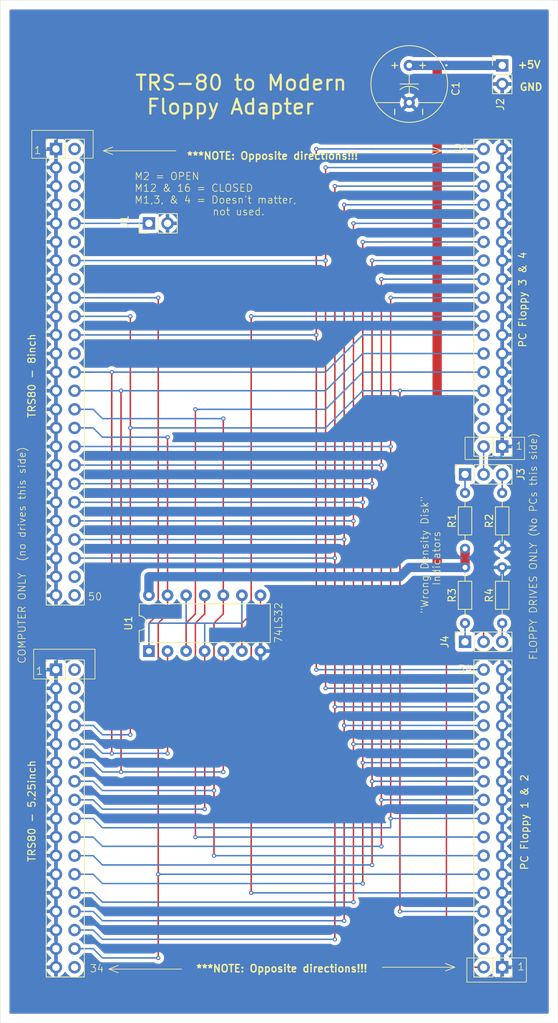
<source format=kicad_pcb>
(kicad_pcb (version 20240108) (generator "pcbnew") (generator_version "8.0")
  (layers (0 "F.Cu" signal) (31 "B.Cu" signal) (34 "B.Paste" user) (35 "F.Paste" user) (36 "B.SilkS" user "B.Silkscreen") (37 "F.SilkS" user "F.Silkscreen") (38 "B.Mask" user) (39 "F.Mask" user) (44 "Edge.Cuts" user))
  (net 0 "")
  (net 1 "GND")
  (net 2 "+5V")
  (net 3 "Net-(J1-Pin_1)")
  (net 4 "Net-(J2-Pin_1)")
  (net 5 "Net-(J2-Pin_2)")
  (net 6 "Net-(J2-Pin_3)")
  (net 7 "Net-(J6-Pin_1)")
  (net 8 "Net-(J6-Pin_2)")
  (net 9 "Net-(J6-Pin_3)")
  (net 10 "Net-(PC_5inch1-Pin_28)")
  (net 11 "Net-(PC_5inch1-Pin_20)")
  (net 12 "Net-(PC_5inch1-Pin_18)")
  (net 13 "Net-(PC_5inch1-Pin_22)")
  (net 14 "Net-(PC_5inch1-Pin_12)")
  (net 15 "Net-(PC_5inch1-Pin_30)")
  (net 17 "Net-(PC_5inch1-Pin_32)")
  (net 19 "Net-(PC_5inch1-Pin_26)")
  (net 20 "Net-(PC_5inch1-Pin_34)")
  (net 21 "Net-(PC_5inch1-Pin_24)")
  (net 22 "Net-(PC_5inch1-Pin_16)")
  (net 23 "Net-(PC_5inch1-Pin_8)")
  (net 24 "Net-(PC_5inch1-Pin_10)")
  (net 25 "Net-(PC_5inch1-Pin_14)")
  (net 27 "Net-(PC_5inch2-Pin_12)")
  (net 28 "Net-(PC_5inch2-Pin_14)")
  (net 29 "Net-(PC_5inch2-Pin_10)")
  (net 30 "Net-(PC_5inch2-Pin_16)")
  (net 34 "Net-(TRS80-5inch1-Pin_16)")
  (footprint "Connector_PinSocket_2.54mm:PinSocket_1x03_P2.54mm_Vertical" (layer "F.Cu") (at 152.4 85.09 90)
    (property "Reference" "J3")
    (property "Value" "Conn_01x03_Socket" (hide yes))
  )
  (footprint "GenericComponents:DIP-14pin" (layer "F.Cu") (at 109.22 109.22 90)
    (property "Reference" "U1")
    (property "Value" "74LS32")
  )
  (footprint "Connector_PinHeader_2.54mm:PinHeader_2x17_P2.54mm_Vertical" (layer "F.Cu") (at 157.48 152.4 180)
    (property "Reference" "PC Floppy 1 & 2")
    (property "Value" "Conn_02x17_Odd_Even" (hide yes))
  )
  (footprint "Resistor_THT:R_Axial_DIN0204_L3.6mm_D1.6mm_P7.62mm_Horizontal" (layer "F.Cu") (at 152.4 105.41 90)
    (property "Reference" "R3")
    (property "Value" "Resistor" (hide yes))
  )
  (footprint "Connector_PinSocket_2.54mm:PinSocket_1x03_P2.54mm_Vertical" (layer "F.Cu") (at 152.4 107.95 90)
    (property "Reference" "J4")
    (property "Value" "Conn_01x03_Socket" (hide yes))
  )
  (footprint "Connector_PinHeader_2.54mm:PinHeader_2x17_P2.54mm_Vertical" (layer "F.Cu") (at 157.48 81.28 180)
    (property "Reference" "PC Floppy 3 & 4")
    (property "Value" "Conn_02x17_Odd_Even" (hide yes))
  )
  (footprint "Connector_PinHeader_2.54mm:PinHeader_1x02_P2.54mm_Vertical" (layer "F.Cu") (at 109.22 50.8 90)
    (property "Reference" "J1")
    (property "Value" "Conn_02x01" (hide yes))
  )
  (footprint "Resistor_THT:R_Axial_DIN0204_L3.6mm_D1.6mm_P7.62mm_Horizontal" (layer "F.Cu") (at 152.4 87.63 -90)
    (property "Reference" "R1")
    (property "Value" "Resistor" (hide yes))
  )
  (footprint "Connector_PinHeader_2.54mm:PinHeader_2x17_P2.54mm_Vertical" (layer "F.Cu") (at 96.52 111.76)
    (property "Reference" "TRS80 - 5.25inch")
    (property "Value" "Conn_02x17_Odd_Even" (hide yes))
  )
  (footprint "Resistor_THT:R_Axial_DIN0204_L3.6mm_D1.6mm_P7.62mm_Horizontal" (layer "F.Cu") (at 157.48 105.41 90)
    (property "Reference" "R4")
    (property "Value" "Resistor" (hide yes))
  )
  (footprint "Connector_PinHeader_2.54mm:PinHeader_1x02_P2.54mm_Vertical" (layer "F.Cu") (at 157.48 29.226828)
    (property "Reference" "J2")
    (property "Value" "Conn_02x01" (hide yes))
  )
  (footprint "Resistor_THT:R_Axial_DIN0204_L3.6mm_D1.6mm_P7.62mm_Horizontal" (layer "F.Cu") (at 157.48 87.63 -90)
    (property "Reference" "R2")
    (property "Value" "Resistor" (hide yes))
  )
  (footprint "Connector_PinHeader_2.54mm:PinHeader_2x25_P2.54mm_Vertical" (layer "F.Cu") (at 96.52 40.64)
    (property "Reference" "TRS80 - 8inch")
    (property "Value" "Conn_02x25_Odd_Even" (hide yes))
  )
  (footprint "GenericComponents:Capcitor Radial .200" (layer "F.Cu") (at 137.16 24.146828 -90)
    (property "Reference" "C1")
    (property "Value" "Capacitor" (hide yes))
  )
  (gr_line (start 118.11 78.74) (end 106.68 78.74) (stroke (width 0.2)) (layer "B.Cu") (net 23))
  (gr_line (start 149.225 40.894) (end 147.955 40.386) (stroke (width 0.1)) (layer "F.SilkS"))
  (gr_line (start 147.955 40.386) (end 149.225 40.894) (stroke (width 0.1)) (layer "F.SilkS"))
  (gr_line (start 112.903 40.894) (end 102.997 40.894) (stroke (width 0.1)) (layer "F.SilkS"))
  (gr_line (start 105.029 152.146) (end 103.759 152.654) (stroke (width 0.1)) (layer "F.SilkS"))
  (gr_line (start 149.733 151.892) (end 151.003 152.4) (stroke (width 0.1)) (layer "F.SilkS"))
  (gr_line (start 104.267 40.386) (end 102.997 40.894) (stroke (width 0.1)) (layer "F.SilkS"))
  (gr_rect (start 152.4 80.01) (end 160.528 83.058) (stroke (width 0.1)) (fill none) (layer "F.SilkS"))
  (gr_line (start 151.003 152.4) (end 149.733 152.908) (stroke (width 0.1)) (layer "F.SilkS"))
  (gr_line (start 103.759 152.654) (end 105.029 153.162) (stroke (width 0.1)) (layer "F.SilkS"))
  (gr_rect (start 93.472 108.966) (end 101.854 113.03) (stroke (width 0.1)) (fill none) (layer "F.SilkS"))
  (gr_line (start 149.225 40.894) (end 147.955 41.402) (stroke (width 0.1)) (layer "F.SilkS"))
  (gr_line (start 151.003 152.4) (end 149.733 151.892) (stroke (width 0.1)) (layer "F.SilkS"))
  (gr_line (start 102.997 40.894) (end 104.267 41.402) (stroke (width 0.1)) (layer "F.SilkS"))
  (gr_line (start 102.997 40.894) (end 104.267 40.386) (stroke (width 0.1)) (layer "F.SilkS"))
  (gr_rect (start 93.218 38.1) (end 101.6 41.91) (stroke (width 0.1)) (fill none) (layer "F.SilkS"))
  (gr_line (start 141.097 152.4) (end 151.003 152.4) (stroke (width 0.1)) (layer "F.SilkS"))
  (gr_rect (start 152.654 151.13) (end 160.782 154.432) (stroke (width 0.1)) (fill none) (layer "F.SilkS"))
  (gr_line (start 139.319 40.894) (end 149.225 40.894) (stroke (width 0.1)) (layer "F.SilkS"))
  (gr_line (start 103.759 152.654) (end 105.029 152.146) (stroke (width 0.1)) (layer "F.SilkS"))
  (gr_line (start 113.665 152.654) (end 103.759 152.654) (stroke (width 0.1)) (layer "F.SilkS"))
  (gr_line (start 165.1 160.02) (end 88.9 160.02) (stroke (width 0.05)) (layer "Edge.Cuts"))
  (gr_line (start 88.9 20.32) (end 165.1 20.32) (stroke (width 0.05)) (layer "Edge.Cuts"))
  (gr_line (start 88.9 152.4) (end 88.9 20.32) (stroke (width 0.05)) (layer "Edge.Cuts"))
  (gr_line (start 165.1 20.32) (end 165.1 160.02) (stroke (width 0.05)) (layer "Edge.Cuts"))
  (gr_line (start 88.9 160.02) (end 88.9 152.4) (stroke (width 0.05)) (layer "Edge.Cuts"))
  (gr_text "34\n" (at 150.876 41.148 0) (layer "F.SilkS") (effects (font (size 1 1) (thickness 0.1)) (justify left bottom)))
  (gr_text "***NOTE: Opposite directions!!!" (at 115.57 153.162 0) (layer "F.SilkS") (effects (font (size 1 1) (thickness 0.2) (bold yes)) (justify left bottom)))
  (gr_text "M2 = OPEN\nM12 & 16 = CLOSED\nM1,3, & 4 = Doesn't matter,\n              not used." (at 107.188 49.784 0) (layer "F.SilkS") (effects (font (size 1 1) (thickness 0.1)) (justify left bottom)))
  (gr_text "1\n" (at 93.472 41.402 0) (layer "F.SilkS") (effects (font (size 1 1) (thickness 0.1)) (justify left bottom)))
  (gr_text "34\n" (at 101.092 153.162 0) (layer "F.SilkS") (effects (font (size 1 1) (thickness 0.1)) (justify left bottom)))
  (gr_text "FLOPPY DRIVES ONLY (No PCs this side)" (at 162.306 110.49 90) (layer "F.SilkS") (effects (font (size 1 1) (thickness 0.1)) (justify left bottom)))
  (gr_text "COMPUTER ONLY  (no drives this side)" (at 92.456 110.998 90) (layer "F.SilkS") (effects (font (size 1 1) (thickness 0.1)) (justify left bottom)))
  (gr_text "74LS32" (at 127.508 108.204 90) (layer "F.SilkS") (effects (font (size 1 1) (thickness 0.1)) (justify left bottom)))
  (gr_text "***NOTE: Opposite directions!!!" (at 114.3 42.164 0) (layer "F.SilkS") (effects (font (size 1 1) (thickness 0.2) (bold yes)) (justify left bottom)))
  (gr_text "50" (at 100.838 102.362 0) (layer "F.SilkS") (effects (font (size 1 1) (thickness 0.1)) (justify left bottom)))
  (gr_text "1\n" (at 93.726 112.522 0) (layer "F.SilkS") (effects (font (size 1 1) (thickness 0.1)) (justify left bottom)))
  (gr_text "{dblquote}Wrong Density Disk{dblquote}\n     Indicators" (at 149.098 104.14 90) (layer "F.SilkS") (effects (font (size 1 1) (thickness 0.1)) (justify left bottom)))
  (gr_text "GND" (at 159.766 32.766 0) (layer "F.SilkS") (effects (font (size 1 1) (thickness 0.2) (bold yes)) (justify left bottom)))
  (gr_text "34\n" (at 151.384 112.268 0) (layer "F.SilkS") (effects (font (size 1 1) (thickness 0.1)) (justify left bottom)))
  (gr_text "1\n" (at 159.258 81.788 0) (layer "F.SilkS") (effects (font (size 1 1) (thickness 0.1)) (justify left bottom)))
  (gr_text "1\n" (at 159.512 152.908 0) (layer "F.SilkS") (effects (font (size 1 1) (thickness 0.1)) (justify left bottom)))
  (gr_text "+5V" (at 159.512 29.718 0) (layer "F.SilkS") (effects (font (size 1 1) (thickness 0.2) (bold yes)) (justify left bottom)))
  (gr_text "TRS-80 to Modern\n Floppy Adapter" (at 107.188 36.068 0) (layer "F.SilkS") (effects (font (size 2.032 2.032) (thickness 0.3) (bold yes)) (justify left bottom)))
  (segment (start 152.4 97.79) (end 152.4 95.25) (width 1.27) (layer "F.Cu") (net 2))
  (segment (start 148.59 29.21) (end 148.59 97.79) (width 1.27) (layer "F.Cu") (net 2))
  (segment (start 148.59 97.79) (end 152.4 97.79) (width 1.27) (layer "F.Cu") (net 2))
  (segment (start 148.573172 29.226828) (end 148.59 29.21) (width 1.27) (layer "F.Cu") (net 2))
  (segment (start 144.78 29.226828) (end 148.573172 29.226828) (width 1.27) (layer "F.Cu") (net 2))
  (via (at 149.86 29.21) (size 0.6) (drill 0.3) (layers "F.Cu" "B.Cu") (net 2))
  (segment (start 149.86 29.21) (end 149.843172 29.226828) (width 1.27) (layer "B.Cu") (net 2))
  (segment (start 149.843172 29.226828) (end 144.78 29.226828) (width 1.27) (layer "B.Cu") (net 2))
  (segment (start 144.78 97.79) (end 143.51 99.06) (width 1.27) (layer "B.Cu") (net 2))
  (segment (start 157.48 29.226828) (end 149.876828 29.226828) (width 1.27) (layer "B.Cu") (net 2))
  (segment (start 152.4 97.79) (end 144.78 97.79) (width 1.27) (layer "B.Cu") (net 2))
  (segment (start 143.51 99.06) (end 109.22 99.06) (width 1.27) (layer "B.Cu") (net 2))
  (segment (start 149.876828 29.226828) (end 149.86 29.21) (width 1.27) (layer "B.Cu") (net 2))
  (segment (start 109.22 99.06) (end 109.22 101.6) (width 1.27) (layer "B.Cu") (net 2))
  (segment (start 99.06 50.8) (end 109.22 50.8) (width 0.2) (layer "B.Cu") (net 3))
  (segment (start 152.4 87.63) (end 152.4 85.09) (width 0.2) (layer "B.Cu") (net 4))
  (segment (start 154.94 85.09) (end 154.94 81.28) (width 0.2) (layer "B.Cu") (net 5))
  (segment (start 157.48 87.63) (end 157.48 85.09) (width 0.2) (layer "B.Cu") (net 6))
  (segment (start 152.4 105.41) (end 152.4 107.95) (width 0.2) (layer "B.Cu") (net 7))
  (segment (start 149.86 152.4) (end 149.86 102.87) (width 0.2) (layer "F.Cu") (net 8))
  (segment (start 154.94 152.4) (end 149.86 152.4) (width 0.2) (layer "F.Cu") (net 8))
  (segment (start 154.94 107.95) (end 154.94 102.87) (width 0.2) (layer "F.Cu") (net 8))
  (segment (start 149.86 102.87) (end 154.94 102.87) (width 0.2) (layer "F.Cu") (net 8))
  (segment (start 157.48 105.41) (end 157.48 107.95) (width 0.2) (layer "B.Cu") (net 9))
  (segment (start 135.89 119.38) (end 135.89 146.05) (width 0.2) (layer "F.Cu") (net 10))
  (segment (start 135.89 48.26) (end 135.89 119.38) (width 0.2) (layer "F.Cu") (net 10))
  (via (at 135.89 146.05) (size 0.6) (drill 0.3) (layers "F.Cu" "B.Cu") (net 10))
  (via (at 135.89 119.38) (size 0.6) (drill 0.3) (layers "F.Cu" "B.Cu") (net 10))
  (via (at 135.89 93.98) (size 0.6) (drill 0.3) (layers "F.Cu" "B.Cu") (net 10))
  (via (at 135.89 48.26) (size 0.6) (drill 0.3) (layers "F.Cu" "B.Cu") (net 10))
  (segment (start 154.94 119.38) (end 135.89 119.38) (width 0.2) (layer "B.Cu") (net 10))
  (segment (start 102.87 146.05) (end 135.89 146.05) (width 0.2) (layer "B.Cu") (net 10))
  (segment (start 101.6 93.98) (end 135.89 93.98) (width 0.2) (layer "B.Cu") (net 10))
  (segment (start 101.6 144.78) (end 102.87 146.05) (width 0.2) (layer "B.Cu") (net 10))
  (segment (start 99.06 144.78) (end 101.6 144.78) (width 0.2) (layer "B.Cu") (net 10))
  (segment (start 154.94 48.26) (end 135.89 48.26) (width 0.2) (layer "B.Cu") (net 10))
  (segment (start 99.06 93.98) (end 101.6 93.98) (width 0.2) (layer "B.Cu") (net 10))
  (segment (start 140.97 129.54) (end 140.97 135.89) (width 0.2) (layer "F.Cu") (net 11))
  (segment (start 140.97 58.42) (end 140.97 83.82) (width 0.2) (layer "F.Cu") (net 11))
  (segment (start 140.97 83.82) (end 140.97 129.54) (width 0.2) (layer "F.Cu") (net 11))
  (via (at 140.97 58.42) (size 0.6) (drill 0.3) (layers "F.Cu" "B.Cu") (net 11))
  (via (at 140.97 83.82) (size 0.6) (drill 0.3) (layers "F.Cu" "B.Cu") (net 11))
  (via (at 140.97 129.54) (size 0.6) (drill 0.3) (layers "F.Cu" "B.Cu") (net 11))
  (via (at 140.97 135.89) (size 0.6) (drill 0.3) (layers "F.Cu" "B.Cu") (net 11))
  (segment (start 99.06 83.82) (end 101.6 83.82) (width 0.2) (layer "B.Cu") (net 11))
  (segment (start 102.87 135.89) (end 140.97 135.89) (width 0.2) (layer "B.Cu") (net 11))
  (segment (start 154.94 129.54) (end 140.97 129.54) (width 0.2) (layer "B.Cu") (net 11))
  (segment (start 99.06 134.62) (end 101.6 134.62) (width 0.2) (layer "B.Cu") (net 11))
  (segment (start 101.6 134.62) (end 102.87 135.89) (width 0.2) (layer "B.Cu") (net 11))
  (segment (start 101.6 83.82) (end 140.97 83.82) (width 0.2) (layer "B.Cu") (net 11))
  (segment (start 154.94 58.42) (end 140.97 58.42) (width 0.2) (layer "B.Cu") (net 11))
  (segment (start 142.24 81.28) (end 142.24 60.96) (width 0.2) (layer "F.Cu") (net 12))
  (segment (start 142.24 132.08) (end 142.24 81.28) (width 0.2) (layer "F.Cu") (net 12))
  (via (at 142.24 132.08) (size 0.6) (drill 0.3) (layers "F.Cu" "B.Cu") (net 12))
  (via (at 142.24 60.96) (size 0.6) (drill 0.3) (layers "F.Cu" "B.Cu") (net 12))
  (via (at 142.24 81.28) (size 0.6) (drill 0.3) (layers "F.Cu" "B.Cu") (net 12))
  (segment (start 101.6 132.08) (end 102.87 133.35) (width 0.2) (layer "B.Cu") (net 12))
  (segment (start 101.6 81.28) (end 142.24 81.28) (width 0.2) (layer "B.Cu") (net 12))
  (segment (start 154.94 60.96) (end 142.24 60.96) (width 0.2) (layer "B.Cu") (net 12))
  (segment (start 99.06 132.08) (end 101.6 132.08) (width 0.2) (layer "B.Cu") (net 12))
  (segment (start 142.24 132.08) (end 142.24 133.35) (width 0.2) (layer "B.Cu") (net 12))
  (segment (start 154.94 132.08) (end 142.24 132.08) (width 0.2) (layer "B.Cu") (net 12))
  (segment (start 99.06 81.28) (end 101.6 81.28) (width 0.2) (layer "B.Cu") (net 12))
  (segment (start 102.87 133.35) (end 142.24 133.35) (width 0.2) (layer "B.Cu") (net 12))
  (segment (start 139.7 86.36) (end 139.7 55.88) (width 0.2) (layer "F.Cu") (net 13))
  (segment (start 139.7 127) (end 139.7 138.43) (width 0.2) (layer "F.Cu") (net 13))
  (segment (start 139.7 127) (end 139.7 86.36) (width 0.2) (layer "F.Cu") (net 13))
  (via (at 139.7 138.43) (size 0.6) (drill 0.3) (layers "F.Cu" "B.Cu") (net 13))
  (via (at 139.7 55.88) (size 0.6) (drill 0.3) (layers "F.Cu" "B.Cu") (net 13))
  (via (at 139.7 86.36) (size 0.6) (drill 0.3) (layers "F.Cu" "B.Cu") (net 13))
  (via (at 139.7 127) (size 0.6) (drill 0.3) (layers "F.Cu" "B.Cu") (net 13))
  (segment (start 154.94 55.88) (end 139.7 55.88) (width 0.2) (layer "B.Cu") (net 13))
  (segment (start 154.94 127) (end 139.7 127) (width 0.2) (layer "B.Cu") (net 13))
  (segment (start 102.87 138.43) (end 139.7 138.43) (width 0.2) (layer "B.Cu") (net 13))
  (segment (start 101.6 86.36) (end 139.7 86.36) (width 0.2) (layer "B.Cu") (net 13))
  (segment (start 101.6 137.16) (end 102.87 138.43) (width 0.2) (layer "B.Cu") (net 13))
  (segment (start 99.06 137.16) (end 101.6 137.16) (width 0.2) (layer "B.Cu") (net 13))
  (segment (start 99.06 86.36) (end 101.6 86.36) (width 0.2) (layer "B.Cu") (net 13))
  (segment (start 111.76 104.14) (end 110.49 105.41) (width 0.2) (layer "F.Cu") (net 14))
  (segment (start 110.49 139.7) (end 110.49 151.13) (width 0.2) (layer "F.Cu") (net 14))
  (segment (start 111.76 101.6) (end 111.76 104.14) (width 0.2) (layer "F.Cu") (net 14))
  (segment (start 111.76 80.01) (end 111.76 101.6) (width 0.2) (layer "F.Cu") (net 14))
  (segment (start 110.49 105.41) (end 110.49 139.7) (width 0.2) (layer "F.Cu") (net 14))
  (via (at 110.49 151.13) (size 0.6) (drill 0.3) (layers "F.Cu" "B.Cu") (net 14))
  (via (at 110.49 139.7) (size 0.6) (drill 0.3) (layers "F.Cu" "B.Cu") (net 14))
  (via (at 111.76 80.01) (size 0.6) (drill 0.3) (layers "F.Cu" "B.Cu") (net 14))
  (segment (start 154.94 139.7) (end 120.65 139.7) (width 0.2) (layer "B.Cu") (net 14))
  (segment (start 99.06 149.86) (end 101.6 149.86) (width 0.2) (layer "B.Cu") (net 14))
  (segment (start 101.6 78.74) (end 102.87 80.01) (width 0.2) (layer "B.Cu") (net 14))
  (segment (start 99.06 78.74) (end 101.6 78.74) (width 0.2) (layer "B.Cu") (net 14))
  (segment (start 120.65 139.7) (end 110.49 139.7) (width 0.2) (layer "B.Cu") (net 14))
  (segment (start 110.49 151.13) (end 102.87 151.13) (width 0.2) (layer "B.Cu") (net 14))
  (segment (start 111.76 80.01) (end 102.87 80.01) (width 0.2) (layer "B.Cu") (net 14))
  (segment (start 101.6 149.86) (end 102.87 151.13) (width 0.2) (layer "B.Cu") (net 14))
  (segment (start 134.62 116.84) (end 134.62 148.59) (width 0.2) (layer "F.Cu") (net 15))
  (segment (start 134.62 116.84) (end 134.62 45.72) (width 0.2) (layer "F.Cu") (net 15))
  (via (at 134.62 116.84) (size 0.6) (drill 0.3) (layers "F.Cu" "B.Cu") (net 15))
  (via (at 134.62 148.59) (size 0.6) (drill 0.3) (layers "F.Cu" "B.Cu") (net 15))
  (via (at 134.62 96.52) (size 0.6) (drill 0.3) (layers "F.Cu" "B.Cu") (net 15))
  (via (at 134.62 45.72) (size 0.6) (drill 0.3) (layers "F.Cu" "B.Cu") (net 15))
  (segment (start 99.06 147.32) (end 101.6 147.32) (width 0.2) (layer "B.Cu") (net 15))
  (segment (start 99.06 96.52) (end 101.6 96.52) (width 0.2) (layer "B.Cu") (net 15))
  (segment (start 154.94 116.84) (end 134.62 116.84) (width 0.2) (layer "B.Cu") (net 15))
  (segment (start 102.87 148.59) (end 134.62 148.59) (width 0.2) (layer "B.Cu") (net 15))
  (segment (start 101.6 96.52) (end 134.62 96.52) (width 0.2) (layer "B.Cu") (net 15))
  (segment (start 154.94 45.72) (end 134.62 45.72) (width 0.2) (layer "B.Cu") (net 15))
  (segment (start 101.6 147.32) (end 102.87 148.59) (width 0.2) (layer "B.Cu") (net 15))
  (segment (start 133.35 43.18) (end 133.35 114.3) (width 0.2) (layer "F.Cu") (net 17))
  (via (at 133.35 43.18) (size 0.6) (drill 0.3) (layers "F.Cu" "B.Cu") (net 17))
  (via (at 133.35 55.88) (size 0.6) (drill 0.3) (layers "F.Cu" "B.Cu") (net 17))
  (via (at 133.35 114.3) (size 0.6) (drill 0.3) (layers "F.Cu" "B.Cu") (net 17))
  (segment (start 154.94 114.3) (end 133.35 114.3) (width 0.2) (layer "B.Cu") (net 17))
  (segment (start 99.06 55.88) (end 133.35 55.88) (width 0.2) (layer "B.Cu") (net 17))
  (segment (start 154.94 43.18) (end 133.35 43.18) (width 0.2) (layer "B.Cu") (net 17))
  (segment (start 137.16 121.92) (end 137.16 143.51) (width 0.2) (layer "F.Cu") (net 19))
  (segment (start 137.16 121.92) (end 137.16 50.8) (width 0.2) (layer "F.Cu") (net 19))
  (via (at 137.16 91.44) (size 0.6) (drill 0.3) (layers "F.Cu" "B.Cu") (net 19))
  (via (at 137.16 121.92) (size 0.6) (drill 0.3) (layers "F.Cu" "B.Cu") (net 19))
  (via (at 137.16 50.8) (size 0.6) (drill 0.3) (layers "F.Cu" "B.Cu") (net 19))
  (via (at 137.16 143.51) (size 0.6) (drill 0.3) (layers "F.Cu" "B.Cu") (net 19))
  (segment (start 154.94 50.8) (end 137.16 50.8) (width 0.2) (layer "B.Cu") (net 19))
  (segment (start 101.6 142.24) (end 102.87 143.51) (width 0.2) (layer "B.Cu") (net 19))
  (segment (start 99.06 91.44) (end 101.6 91.44) (width 0.2) (layer "B.Cu") (net 19))
  (segment (start 99.06 142.24) (end 101.6 142.24) (width 0.2) (layer "B.Cu") (net 19))
  (segment (start 102.87 143.51) (end 137.16 143.51) (width 0.2) (layer "B.Cu") (net 19))
  (segment (start 154.94 121.92) (end 137.16 121.92) (width 0.2) (layer "B.Cu") (net 19))
  (segment (start 101.6 91.44) (end 137.16 91.44) (width 0.2) (layer "B.Cu") (net 19))
  (segment (start 132.08 40.64) (end 132.08 66.04) (width 0.2) (layer "F.Cu") (net 20))
  (segment (start 132.08 111.76) (end 132.08 66.04) (width 0.2) (layer "F.Cu") (net 20))
  (via (at 132.08 66.04) (size 0.6) (drill 0.3) (layers "F.Cu" "B.Cu") (net 20))
  (via (at 132.08 40.64) (size 0.6) (drill 0.3) (layers "F.Cu" "B.Cu") (net 20))
  (via (at 132.08 111.76) (size 0.6) (drill 0.3) (layers "F.Cu" "B.Cu") (net 20))
  (segment (start 99.06 66.04) (end 132.08 66.04) (width 0.2) (layer "B.Cu") (net 20))
  (segment (start 154.94 40.64) (end 132.08 40.64) (width 0.2) (layer "B.Cu") (net 20))
  (segment (start 154.94 111.76) (end 132.08 111.76) (width 0.2) (layer "B.Cu") (net 20))
  (segment (start 138.43 124.46) (end 138.43 140.97) (width 0.2) (layer "F.Cu") (net 21))
  (segment (start 138.43 88.9) (end 138.43 90.17) (width 0.2) (layer "F.Cu") (net 21))
  (segment (start 138.43 90.17) (end 138.43 124.46) (width 0.2) (layer "F.Cu") (net 21))
  (segment (start 138.43 53.34) (end 138.43 88.9) (width 0.2) (layer "F.Cu") (net 21))
  (via (at 138.43 140.97) (size 0.6) (drill 0.3) (layers "F.Cu" "B.Cu") (net 21))
  (via (at 138.43 53.34) (size 0.6) (drill 0.3) (layers "F.Cu" "B.Cu") (net 21))
  (via (at 138.43 88.9) (size 0.6) (drill 0.3) (layers "F.Cu" "B.Cu") (net 21))
  (via (at 138.43 124.46) (size 0.6) (drill 0.3) (layers "F.Cu" "B.Cu") (net 21))
  (segment (start 101.6 139.7) (end 102.87 140.97) (width 0.2) (layer "B.Cu") (net 21))
  (segment (start 154.94 124.46) (end 138.43 124.46) (width 0.2) (layer "B.Cu") (net 21))
  (segment (start 102.87 140.97) (end 138.43 140.97) (width 0.2) (layer "B.Cu") (net 21))
  (segment (start 99.06 88.9) (end 138.43 88.9) (width 0.2) (layer "B.Cu") (net 21))
  (segment (start 154.94 53.34) (end 138.43 53.34) (width 0.2) (layer "B.Cu") (net 21))
  (segment (start 99.06 139.7) (end 101.6 139.7) (width 0.2) (layer "B.Cu") (net 21))
  (segment (start 116.84 101.6) (end 116.84 104.14) (width 0.2) (layer "F.Cu") (net 22))
  (segment (start 116.84 104.14) (end 115.57 105.41) (width 0.2) (layer "F.Cu") (net 22))
  (segment (start 115.57 105.41) (end 115.57 134.62) (width 0.2) (layer "F.Cu") (net 22))
  (via (at 115.57 134.62) (size 0.6) (drill 0.3) (layers "F.Cu" "B.Cu") (net 22))
  (segment (start 154.94 134.62) (end 115.57 134.62) (width 0.2) (layer "B.Cu") (net 22))
  (segment (start 106.68 78.74) (end 106.68 120.65) (width 0.2) (layer "F.Cu") (net 23))
  (segment (start 106.68 63.5) (end 106.68 78.74) (width 0.2) (layer "F.Cu") (net 23))
  (segment (start 143.51 73.66) (end 143.51 144.78) (width 0.2) (layer "F.Cu") (net 23))
  (via (at 143.51 73.66) (size 0.6) (drill 0.3) (layers "F.Cu" "B.Cu") (net 23))
  (via (at 106.68 78.74) (size 0.6) (drill 0.3) (layers "F.Cu" "B.Cu") (net 23))
  (via (at 143.51 144.78) (size 0.6) (drill 0.3) (layers "F.Cu" "B.Cu") (net 23))
  (via (at 106.68 63.5) (size 0.6) (drill 0.3) (layers "F.Cu" "B.Cu") (net 23))
  (via (at 106.68 120.65) (size 0.6) (drill 0.3) (layers "F.Cu" "B.Cu") (net 23))
  (segment (start 148.59 73.66) (end 143.51 73.66) (width 0.2) (layer "B.Cu") (net 23))
  (segment (start 154.94 144.78) (end 143.51 144.78) (width 0.2) (layer "B.Cu") (net 23))
  (segment (start 99.06 119.38) (end 101.6 119.38) (width 0.2) (layer "B.Cu") (net 23))
  (segment (start 138.43 73.66) (end 133.35 78.74) (width 0.2) (layer "B.Cu") (net 23))
  (segment (start 101.6 119.38) (end 102.87 120.65) (width 0.2) (layer "B.Cu") (net 23))
  (segment (start 133.35 78.74) (end 118.11 78.74) (width 0.2) (layer "B.Cu") (net 23))
  (segment (start 154.94 73.66) (end 148.59 73.66) (width 0.2) (layer "B.Cu") (net 23))
  (segment (start 102.87 120.65) (end 106.68 120.65) (width 0.2) (layer "B.Cu") (net 23))
  (segment (start 99.06 63.5) (end 101.6 63.5) (width 0.2) (layer "B.Cu") (net 23))
  (segment (start 143.51 73.66) (end 138.43 73.66) (width 0.2) (layer "B.Cu") (net 23))
  (segment (start 101.6 63.5) (end 106.68 63.5) (width 0.2) (layer "B.Cu") (net 23))
  (segment (start 124.46 104.14) (end 123.19 105.41) (width 0.2) (layer "F.Cu") (net 24))
  (segment (start 123.19 105.41) (end 123.19 142.24) (width 0.2) (layer "F.Cu") (net 24))
  (segment (start 124.46 101.6) (end 124.46 104.14) (width 0.2) (layer "F.Cu") (net 24))
  (via (at 123.19 142.24) (size 0.6) (drill 0.3) (layers "F.Cu" "B.Cu") (net 24))
  (segment (start 154.94 142.24) (end 123.19 142.24) (width 0.2) (layer "B.Cu") (net 24))
  (segment (start 119.38 101.6) (end 119.38 77.47) (width 0.2) (layer "F.Cu") (net 25))
  (segment (start 119.38 104.14) (end 118.11 105.41) (width 0.2) (layer "F.Cu") (net 25))
  (segment (start 118.11 128.27) (end 118.11 137.16) (width 0.2) (layer "F.Cu") (net 25))
  (segment (start 118.11 105.41) (end 118.11 128.27) (width 0.2) (layer "F.Cu") (net 25))
  (segment (start 119.38 101.6) (end 119.38 104.14) (width 0.2) (layer "F.Cu") (net 25))
  (via (at 118.11 137.16) (size 0.6) (drill 0.3) (layers "F.Cu" "B.Cu") (net 25))
  (via (at 119.38 77.47) (size 0.6) (drill 0.3) (layers "F.Cu" "B.Cu") (net 25))
  (via (at 118.11 128.27) (size 0.6) (drill 0.3) (layers "F.Cu" "B.Cu") (net 25))
  (segment (start 128.27 137.16) (end 118.11 137.16) (width 0.2) (layer "B.Cu") (net 25))
  (segment (start 101.6 76.2) (end 102.87 77.47) (width 0.2) (layer "B.Cu") (net 25))
  (segment (start 154.94 137.16) (end 144.78 137.16) (width 0.2) (layer "B.Cu") (net 25))
  (segment (start 102.87 128.27) (end 118.11 128.27) (width 0.2) (layer "B.Cu") (net 25))
  (segment (start 102.87 77.47) (end 119.38 77.47) (width 0.2) (layer "B.Cu") (net 25))
  (segment (start 99.06 76.2) (end 101.6 76.2) (width 0.2) (layer "B.Cu") (net 25))
  (segment (start 144.78 137.16) (end 128.27 137.16) (width 0.2) (layer "B.Cu") (net 25))
  (segment (start 99.06 127) (end 101.6 127) (width 0.2) (layer "B.Cu") (net 25))
  (segment (start 101.6 127) (end 102.87 128.27) (width 0.2) (layer "B.Cu") (net 25))
  (segment (start 119.38 109.22) (end 119.38 125.73) (width 0.2) (layer "F.Cu") (net 27))
  (segment (start 105.41 73.66) (end 105.41 125.73) (width 0.2) (layer "F.Cu") (net 27))
  (via (at 119.38 125.73) (size 0.6) (drill 0.3) (layers "F.Cu" "B.Cu") (net 27))
  (via (at 105.41 73.66) (size 0.6) (drill 0.3) (layers "F.Cu" "B.Cu") (net 27))
  (via (at 105.41 125.73) (size 0.6) (drill 0.3) (layers "F.Cu" "B.Cu") (net 27))
  (segment (start 105.41 125.73) (end 119.38 125.73) (width 0.2) (layer "B.Cu") (net 27))
  (segment (start 99.06 124.46) (end 101.6 124.46) (width 0.2) (layer "B.Cu") (net 27))
  (segment (start 127 73.66) (end 133.35 73.66) (width 0.2) (layer "B.Cu") (net 27))
  (segment (start 99.06 73.66) (end 101.6 73.66) (width 0.2) (layer "B.Cu") (net 27))
  (segment (start 115.57 73.66) (end 127 73.66) (width 0.2) (layer "B.Cu") (net 27))
  (segment (start 105.41 73.66) (end 115.57 73.66) (width 0.2) (layer "B.Cu") (net 27))
  (segment (start 101.6 124.46) (end 102.87 125.73) (width 0.2) (layer "B.Cu") (net 27))
  (segment (start 133.35 73.66) (end 138.43 68.58) (width 0.2) (layer "B.Cu") (net 27))
  (segment (start 102.87 125.73) (end 105.41 125.73) (width 0.2) (layer "B.Cu") (net 27))
  (segment (start 138.43 68.58) (end 154.94 68.58) (width 0.2) (layer "B.Cu") (net 27))
  (segment (start 101.6 73.66) (end 105.41 73.66) (width 0.2) (layer "B.Cu") (net 27))
  (segment (start 104.14 71.12) (end 104.14 123.19) (width 0.2) (layer "F.Cu") (net 28))
  (segment (start 111.76 123.19) (end 111.76 109.22) (width 0.2) (layer "F.Cu") (net 28))
  (via (at 104.14 123.19) (size 0.6) (drill 0.3) (layers "F.Cu" "B.Cu") (net 28))
  (via (at 104.14 71.12) (size 0.6) (drill 0.3) (layers "F.Cu" "B.Cu") (net 28))
  (via (at 111.76 123.19) (size 0.6) (drill 0.3) (layers "F.Cu" "B.Cu") (net 28))
  (segment (start 102.87 123.19) (end 104.14 123.19) (width 0.2) (layer "B.Cu") (net 28))
  (segment (start 144.78 66.04) (end 138.43 66.04) (width 0.2) (layer "B.Cu") (net 28))
  (segment (start 104.14 71.12) (end 119.38 71.12) (width 0.2) (layer "B.Cu") (net 28))
  (segment (start 133.35 71.12) (end 119.38 71.12) (width 0.2) (layer "B.Cu") (net 28))
  (segment (start 101.6 121.92) (end 102.87 123.19) (width 0.2) (layer "B.Cu") (net 28))
  (segment (start 154.94 66.04) (end 144.78 66.04) (width 0.2) (layer "B.Cu") (net 28))
  (segment (start 99.06 71.12) (end 101.6 71.12) (width 0.2) (layer "B.Cu") (net 28))
  (segment (start 104.14 123.19) (end 111.76 123.19) (width 0.2) (layer "B.Cu") (net 28))
  (segment (start 99.06 71.12) (end 104.14 71.12) (width 0.2) (layer "B.Cu") (net 28))
  (segment (start 99.06 121.92) (end 101.6 121.92) (width 0.2) (layer "B.Cu") (net 28))
  (segment (start 138.43 66.04) (end 133.35 71.12) (width 0.2) (layer "B.Cu") (net 28))
  (segment (start 115.57 104.14) (end 115.57 76.2) (width 0.2) (layer "F.Cu") (net 29))
  (segment (start 114.3 109.22) (end 114.3 105.41) (width 0.2) (layer "F.Cu") (net 29))
  (segment (start 114.3 105.41) (end 115.57 104.14) (width 0.2) (layer "F.Cu") (net 29))
  (via (at 115.57 76.2) (size 0.6) (drill 0.3) (layers "F.Cu" "B.Cu") (net 29))
  (segment (start 138.43 71.12) (end 133.35 76.2) (width 0.2) (layer "B.Cu") (net 29))
  (segment (start 154.94 71.12) (end 138.43 71.12) (width 0.2) (layer "B.Cu") (net 29))
  (segment (start 133.35 76.2) (end 115.57 76.2) (width 0.2) (layer "B.Cu") (net 29))
  (segment (start 121.92 109.22) (end 121.92 105.41) (width 0.2) (layer "F.Cu") (net 30))
  (segment (start 121.92 105.41) (end 123.19 104.14) (width 0.2) (layer "F.Cu") (net 30))
  (segment (start 123.19 104.14) (end 123.19 63.5) (width 0.2) (layer "F.Cu") (net 30))
  (via (at 123.19 63.5) (size 0.6) (drill 0.3) (layers "F.Cu" "B.Cu") (net 30))
  (segment (start 154.94 63.5) (end 123.19 63.5) (width 0.2) (layer "B.Cu") (net 30))
  (segment (start 110.49 62.23) (end 110.49 60.96) (width 0.2) (layer "F.Cu") (net 34))
  (segment (start 109.22 105.41) (end 109.22 109.22) (width 0.2) (layer "F.Cu") (net 34))
  (segment (start 110.49 104.14) (end 109.22 105.41) (width 0.2) (layer "F.Cu") (net 34))
  (segment (start 116.84 130.81) (end 116.84 109.22) (width 0.2) (layer "F.Cu") (net 34))
  (segment (start 110.49 62.23) (end 110.49 104.14) (width 0.2) (layer "F.Cu") (net 34))
  (via (at 116.84 130.81) (size 0.6) (drill 0.3) (layers "F.Cu" "B.Cu") (net 34))
  (via (at 110.49 60.96) (size 0.6) (drill 0.3) (layers "F.Cu" "B.Cu") (net 34))
  (segment (start 114.3 105.41) (end 116.84 105.41) (width 0.2) (layer "B.Cu") (net 34))
  (segment (start 102.87 130.81) (end 116.84 130.81) (width 0.2) (layer "B.Cu") (net 34))
  (segment (start 116.84 105.41) (end 121.92 105.41) (width 0.2) (layer "B.Cu") (net 34))
  (segment (start 109.22 105.41) (end 114.3 105.41) (width 0.2) (layer "B.Cu") (net 34))
  (segment (start 121.92 105.41) (end 121.92 101.6) (width 0.2) (layer "B.Cu") (net 34))
  (segment (start 116.84 109.22) (end 116.84 105.41) (width 0.2) (layer "B.Cu") (net 34))
  (segment (start 101.6 129.54) (end 102.87 130.81) (width 0.2) (layer "B.Cu") (net 34))
  (segment (start 114.3 101.6) (end 114.3 105.41) (width 0.2) (layer "B.Cu") (net 34))
  (segment (start 109.22 109.22) (end 109.22 105.41) (width 0.2) (layer "B.Cu") (net 34))
  (segment (start 99.06 129.54) (end 101.6 129.54) (width 0.2) (layer "B.Cu") (net 34))
  (segment (start 110.49 60.96) (end 99.06 60.96) (width 0.2) (layer "B.Cu") (net 34))
  (zone (net 1) (net_name "GND") (layer "B.Cu") (connect_pads (clearance 0.5)) (min_thickness 0.25) (fill yes (thermal_gap 0.5) (thermal_bridge_width 0.5))
    (polygon (pts (xy 90.17 21.59) (xy 163.83 21.59) (xy 163.83 158.75) (xy 90.17 158.75)))
  )
)
</source>
